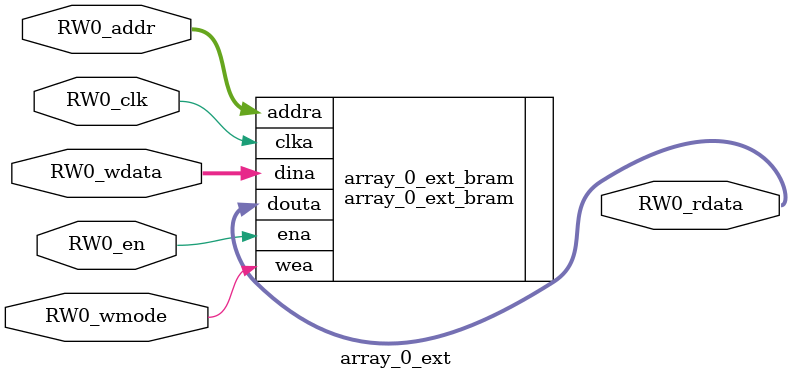
<source format=v>
`timescale 1ns / 1ps


module array_0_ext(	
  input  [8:0]  RW0_addr,
  input         RW0_en,
                RW0_clk,
                RW0_wmode,
  input  [72:0] RW0_wdata,
  output [72:0] RW0_rdata
);

array_0_ext_bram array_0_ext_bram (
  .clka(RW0_clk),    // input wire clka
  .ena(RW0_en),      // input wire ena
  .wea(RW0_wmode),      // input wire [0 : 0] wea
  .addra(RW0_addr),  // input wire [8 : 0] addra
  .dina(RW0_wdata),    // input wire [72 : 0] dina
  .douta(RW0_rdata)  // output wire [72 : 0] douta
);

endmodule

</source>
